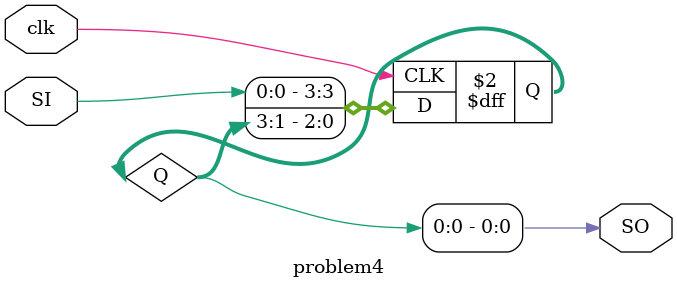
<source format=v>
module problem4(SO,SI,clk);
    output SO;
    input SI,clk;
    reg [3:0]Q; 
    assign SO=Q[0];
    always@(posedge clk)
        Q={SI,Q[3:1]};
endmodule

</source>
